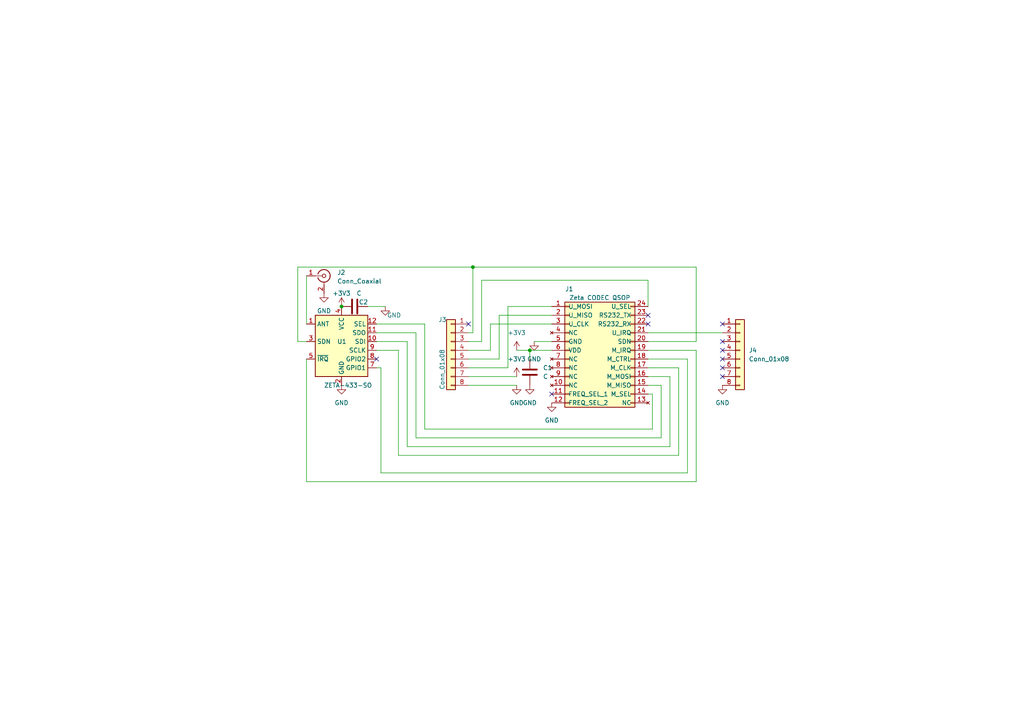
<source format=kicad_sch>
(kicad_sch (version 20230121) (generator eeschema)

  (uuid 5f2e1453-d2ae-47ac-bfcc-8b85c4da7536)

  (paper "A4")

  (lib_symbols
    (symbol "Connector:Conn_Coaxial" (pin_names (offset 1.016) hide) (in_bom yes) (on_board yes)
      (property "Reference" "J" (at 0.254 3.048 0)
        (effects (font (size 1.27 1.27)))
      )
      (property "Value" "Conn_Coaxial" (at 2.921 0 90)
        (effects (font (size 1.27 1.27)))
      )
      (property "Footprint" "" (at 0 0 0)
        (effects (font (size 1.27 1.27)) hide)
      )
      (property "Datasheet" " ~" (at 0 0 0)
        (effects (font (size 1.27 1.27)) hide)
      )
      (property "ki_keywords" "BNC SMA SMB SMC LEMO coaxial connector CINCH RCA MCX MMCX U.FL UMRF" (at 0 0 0)
        (effects (font (size 1.27 1.27)) hide)
      )
      (property "ki_description" "coaxial connector (BNC, SMA, SMB, SMC, Cinch/RCA, LEMO, ...)" (at 0 0 0)
        (effects (font (size 1.27 1.27)) hide)
      )
      (property "ki_fp_filters" "*BNC* *SMA* *SMB* *SMC* *Cinch* *LEMO* *UMRF* *MCX* *U.FL*" (at 0 0 0)
        (effects (font (size 1.27 1.27)) hide)
      )
      (symbol "Conn_Coaxial_0_1"
        (arc (start -1.778 -0.508) (mid 0.2311 -1.8066) (end 1.778 0)
          (stroke (width 0.254) (type default))
          (fill (type none))
        )
        (polyline
          (pts
            (xy -2.54 0)
            (xy -0.508 0)
          )
          (stroke (width 0) (type default))
          (fill (type none))
        )
        (polyline
          (pts
            (xy 0 -2.54)
            (xy 0 -1.778)
          )
          (stroke (width 0) (type default))
          (fill (type none))
        )
        (circle (center 0 0) (radius 0.508)
          (stroke (width 0.2032) (type default))
          (fill (type none))
        )
        (arc (start 1.778 0) (mid 0.2099 1.8101) (end -1.778 0.508)
          (stroke (width 0.254) (type default))
          (fill (type none))
        )
      )
      (symbol "Conn_Coaxial_1_1"
        (pin passive line (at -5.08 0 0) (length 2.54)
          (name "In" (effects (font (size 1.27 1.27))))
          (number "1" (effects (font (size 1.27 1.27))))
        )
        (pin passive line (at 0 -5.08 90) (length 2.54)
          (name "Ext" (effects (font (size 1.27 1.27))))
          (number "2" (effects (font (size 1.27 1.27))))
        )
      )
    )
    (symbol "Connector_Generic:Conn_01x08" (pin_names (offset 1.016) hide) (in_bom yes) (on_board yes)
      (property "Reference" "J" (at 0 10.16 0)
        (effects (font (size 1.27 1.27)))
      )
      (property "Value" "Conn_01x08" (at 0 -12.7 0)
        (effects (font (size 1.27 1.27)))
      )
      (property "Footprint" "" (at 0 0 0)
        (effects (font (size 1.27 1.27)) hide)
      )
      (property "Datasheet" "~" (at 0 0 0)
        (effects (font (size 1.27 1.27)) hide)
      )
      (property "ki_keywords" "connector" (at 0 0 0)
        (effects (font (size 1.27 1.27)) hide)
      )
      (property "ki_description" "Generic connector, single row, 01x08, script generated (kicad-library-utils/schlib/autogen/connector/)" (at 0 0 0)
        (effects (font (size 1.27 1.27)) hide)
      )
      (property "ki_fp_filters" "Connector*:*_1x??_*" (at 0 0 0)
        (effects (font (size 1.27 1.27)) hide)
      )
      (symbol "Conn_01x08_1_1"
        (rectangle (start -1.27 -10.033) (end 0 -10.287)
          (stroke (width 0.1524) (type default))
          (fill (type none))
        )
        (rectangle (start -1.27 -7.493) (end 0 -7.747)
          (stroke (width 0.1524) (type default))
          (fill (type none))
        )
        (rectangle (start -1.27 -4.953) (end 0 -5.207)
          (stroke (width 0.1524) (type default))
          (fill (type none))
        )
        (rectangle (start -1.27 -2.413) (end 0 -2.667)
          (stroke (width 0.1524) (type default))
          (fill (type none))
        )
        (rectangle (start -1.27 0.127) (end 0 -0.127)
          (stroke (width 0.1524) (type default))
          (fill (type none))
        )
        (rectangle (start -1.27 2.667) (end 0 2.413)
          (stroke (width 0.1524) (type default))
          (fill (type none))
        )
        (rectangle (start -1.27 5.207) (end 0 4.953)
          (stroke (width 0.1524) (type default))
          (fill (type none))
        )
        (rectangle (start -1.27 7.747) (end 0 7.493)
          (stroke (width 0.1524) (type default))
          (fill (type none))
        )
        (rectangle (start -1.27 8.89) (end 1.27 -11.43)
          (stroke (width 0.254) (type default))
          (fill (type background))
        )
        (pin passive line (at -5.08 7.62 0) (length 3.81)
          (name "Pin_1" (effects (font (size 1.27 1.27))))
          (number "1" (effects (font (size 1.27 1.27))))
        )
        (pin passive line (at -5.08 5.08 0) (length 3.81)
          (name "Pin_2" (effects (font (size 1.27 1.27))))
          (number "2" (effects (font (size 1.27 1.27))))
        )
        (pin passive line (at -5.08 2.54 0) (length 3.81)
          (name "Pin_3" (effects (font (size 1.27 1.27))))
          (number "3" (effects (font (size 1.27 1.27))))
        )
        (pin passive line (at -5.08 0 0) (length 3.81)
          (name "Pin_4" (effects (font (size 1.27 1.27))))
          (number "4" (effects (font (size 1.27 1.27))))
        )
        (pin passive line (at -5.08 -2.54 0) (length 3.81)
          (name "Pin_5" (effects (font (size 1.27 1.27))))
          (number "5" (effects (font (size 1.27 1.27))))
        )
        (pin passive line (at -5.08 -5.08 0) (length 3.81)
          (name "Pin_6" (effects (font (size 1.27 1.27))))
          (number "6" (effects (font (size 1.27 1.27))))
        )
        (pin passive line (at -5.08 -7.62 0) (length 3.81)
          (name "Pin_7" (effects (font (size 1.27 1.27))))
          (number "7" (effects (font (size 1.27 1.27))))
        )
        (pin passive line (at -5.08 -10.16 0) (length 3.81)
          (name "Pin_8" (effects (font (size 1.27 1.27))))
          (number "8" (effects (font (size 1.27 1.27))))
        )
      )
    )
    (symbol "Connector_Generic:Conn_02x12_Counter_Clockwise" (pin_names (offset 1.016)) (in_bom yes) (on_board yes)
      (property "Reference" "J1" (at -8.89 17.78 0)
        (effects (font (size 1.27 1.27)))
      )
      (property "Value" "Zeta CODEC QSOP" (at 0 15.24 0)
        (effects (font (size 1.27 1.27)))
      )
      (property "Footprint" "" (at -3.81 0 0)
        (effects (font (size 1.27 1.27)) hide)
      )
      (property "Datasheet" "~" (at -3.81 0 0)
        (effects (font (size 1.27 1.27)) hide)
      )
      (property "ki_keywords" "connector" (at 0 0 0)
        (effects (font (size 1.27 1.27)) hide)
      )
      (property "ki_description" "Generic connector, double row, 02x12, counter clockwise pin numbering scheme (similar to DIP package numbering), script generated (kicad-library-utils/schlib/autogen/connector/)" (at 0 0 0)
        (effects (font (size 1.27 1.27)) hide)
      )
      (property "ki_fp_filters" "Connector*:*_2x??_*" (at 0 0 0)
        (effects (font (size 1.27 1.27)) hide)
      )
      (symbol "Conn_02x12_Counter_Clockwise_1_1"
        (rectangle (start -10.16 -15.113) (end -8.89 -15.367)
          (stroke (width 0.1524) (type default))
          (fill (type none))
        )
        (rectangle (start -10.16 -12.573) (end -8.89 -12.827)
          (stroke (width 0.1524) (type default))
          (fill (type none))
        )
        (rectangle (start -10.16 -10.033) (end -8.89 -10.287)
          (stroke (width 0.1524) (type default))
          (fill (type none))
        )
        (rectangle (start -10.16 -7.493) (end -8.89 -7.747)
          (stroke (width 0.1524) (type default))
          (fill (type none))
        )
        (rectangle (start -10.16 -4.953) (end -8.89 -5.207)
          (stroke (width 0.1524) (type default))
          (fill (type none))
        )
        (rectangle (start -10.16 -2.413) (end -8.89 -2.667)
          (stroke (width 0.1524) (type default))
          (fill (type none))
        )
        (rectangle (start -10.16 0.127) (end -8.89 -0.127)
          (stroke (width 0.1524) (type default))
          (fill (type none))
        )
        (rectangle (start -10.16 2.667) (end -8.89 2.413)
          (stroke (width 0.1524) (type default))
          (fill (type none))
        )
        (rectangle (start -10.16 5.207) (end -8.89 4.953)
          (stroke (width 0.1524) (type default))
          (fill (type none))
        )
        (rectangle (start -10.16 7.747) (end -8.89 7.493)
          (stroke (width 0.1524) (type default))
          (fill (type none))
        )
        (rectangle (start -10.16 10.287) (end -8.89 10.033)
          (stroke (width 0.1524) (type default))
          (fill (type none))
        )
        (rectangle (start -10.16 12.827) (end -8.89 12.573)
          (stroke (width 0.1524) (type default))
          (fill (type none))
        )
        (rectangle (start -10.16 13.97) (end 10.16 -16.51)
          (stroke (width 0.254) (type default))
          (fill (type background))
        )
        (rectangle (start 10.16 -15.113) (end 8.89 -15.367)
          (stroke (width 0.1524) (type default))
          (fill (type none))
        )
        (rectangle (start 10.16 -12.573) (end 8.89 -12.827)
          (stroke (width 0.1524) (type default))
          (fill (type none))
        )
        (rectangle (start 10.16 -10.033) (end 8.89 -10.287)
          (stroke (width 0.1524) (type default))
          (fill (type none))
        )
        (rectangle (start 10.16 -7.493) (end 8.89 -7.747)
          (stroke (width 0.1524) (type default))
          (fill (type none))
        )
        (rectangle (start 10.16 -4.953) (end 8.89 -5.207)
          (stroke (width 0.1524) (type default))
          (fill (type none))
        )
        (rectangle (start 10.16 -2.413) (end 8.89 -2.667)
          (stroke (width 0.1524) (type default))
          (fill (type none))
        )
        (rectangle (start 10.16 0.127) (end 8.89 -0.127)
          (stroke (width 0.1524) (type default))
          (fill (type none))
        )
        (rectangle (start 10.16 2.667) (end 8.89 2.413)
          (stroke (width 0.1524) (type default))
          (fill (type none))
        )
        (rectangle (start 10.16 5.207) (end 8.89 4.953)
          (stroke (width 0.1524) (type default))
          (fill (type none))
        )
        (rectangle (start 10.16 7.747) (end 8.89 7.493)
          (stroke (width 0.1524) (type default))
          (fill (type none))
        )
        (rectangle (start 10.16 10.287) (end 8.89 10.033)
          (stroke (width 0.1524) (type default))
          (fill (type none))
        )
        (rectangle (start 10.16 12.827) (end 8.89 12.573)
          (stroke (width 0.1524) (type default))
          (fill (type none))
        )
        (pin input line (at -13.97 12.7 0) (length 3.81)
          (name "U_MOSI" (effects (font (size 1.27 1.27))))
          (number "1" (effects (font (size 1.27 1.27))))
        )
        (pin no_connect line (at -13.97 -10.16 0) (length 3.81)
          (name "NC" (effects (font (size 1.27 1.27))))
          (number "10" (effects (font (size 1.27 1.27))))
        )
        (pin input line (at -13.97 -12.7 0) (length 3.81)
          (name "FREQ_SEL_1" (effects (font (size 1.27 1.27))))
          (number "11" (effects (font (size 1.27 1.27))))
        )
        (pin input line (at -13.97 -15.24 0) (length 3.81)
          (name "FREQ_SEL_2" (effects (font (size 1.27 1.27))))
          (number "12" (effects (font (size 1.27 1.27))))
        )
        (pin no_connect line (at 13.97 -15.24 180) (length 3.81)
          (name "NC" (effects (font (size 1.27 1.27))))
          (number "13" (effects (font (size 1.27 1.27))))
        )
        (pin passive line (at 13.97 -12.7 180) (length 3.81)
          (name "M_SEL" (effects (font (size 1.27 1.27))))
          (number "14" (effects (font (size 1.27 1.27))))
        )
        (pin passive line (at 13.97 -10.16 180) (length 3.81)
          (name "M_MISO" (effects (font (size 1.27 1.27))))
          (number "15" (effects (font (size 1.27 1.27))))
        )
        (pin passive line (at 13.97 -7.62 180) (length 3.81)
          (name "M_MOSI" (effects (font (size 1.27 1.27))))
          (number "16" (effects (font (size 1.27 1.27))))
        )
        (pin passive line (at 13.97 -5.08 180) (length 3.81)
          (name "M_CLK" (effects (font (size 1.27 1.27))))
          (number "17" (effects (font (size 1.27 1.27))))
        )
        (pin passive line (at 13.97 -2.54 180) (length 3.81)
          (name "M_CTRL" (effects (font (size 1.27 1.27))))
          (number "18" (effects (font (size 1.27 1.27))))
        )
        (pin passive line (at 13.97 0 180) (length 3.81)
          (name "M_IRQ" (effects (font (size 1.27 1.27))))
          (number "19" (effects (font (size 1.27 1.27))))
        )
        (pin output line (at -13.97 10.16 0) (length 3.81)
          (name "U_MISO" (effects (font (size 1.27 1.27))))
          (number "2" (effects (font (size 1.27 1.27))))
        )
        (pin passive line (at 13.97 2.54 180) (length 3.81)
          (name "SDN" (effects (font (size 1.27 1.27))))
          (number "20" (effects (font (size 1.27 1.27))))
        )
        (pin output line (at 13.97 5.08 180) (length 3.81)
          (name "U_IRQ" (effects (font (size 1.27 1.27))))
          (number "21" (effects (font (size 1.27 1.27))))
        )
        (pin input line (at 13.97 7.62 180) (length 3.81)
          (name "RS232_RX" (effects (font (size 1.27 1.27))))
          (number "22" (effects (font (size 1.27 1.27))))
        )
        (pin output line (at 13.97 10.16 180) (length 3.81)
          (name "RS232_TX" (effects (font (size 1.27 1.27))))
          (number "23" (effects (font (size 1.27 1.27))))
        )
        (pin input line (at 13.97 12.7 180) (length 3.81)
          (name "U_SEL" (effects (font (size 1.27 1.27))))
          (number "24" (effects (font (size 1.27 1.27))))
        )
        (pin input line (at -13.97 7.62 0) (length 3.81)
          (name "U_CLK" (effects (font (size 1.27 1.27))))
          (number "3" (effects (font (size 1.27 1.27))))
        )
        (pin no_connect line (at -13.97 5.08 0) (length 3.81)
          (name "NC" (effects (font (size 1.27 1.27))))
          (number "4" (effects (font (size 1.27 1.27))))
        )
        (pin passive line (at -13.97 2.54 0) (length 3.81)
          (name "GND" (effects (font (size 1.27 1.27))))
          (number "5" (effects (font (size 1.27 1.27))))
        )
        (pin power_in line (at -13.97 0 0) (length 3.81)
          (name "VDD" (effects (font (size 1.27 1.27))))
          (number "6" (effects (font (size 1.27 1.27))))
        )
        (pin no_connect line (at -13.97 -2.54 0) (length 3.81)
          (name "NC" (effects (font (size 1.27 1.27))))
          (number "7" (effects (font (size 1.27 1.27))))
        )
        (pin no_connect line (at -13.97 -5.08 0) (length 3.81)
          (name "NC" (effects (font (size 1.27 1.27))))
          (number "8" (effects (font (size 1.27 1.27))))
        )
        (pin no_connect line (at -13.97 -7.62 0) (length 3.81)
          (name "NC" (effects (font (size 1.27 1.27))))
          (number "9" (effects (font (size 1.27 1.27))))
        )
      )
    )
    (symbol "Device:C" (pin_numbers hide) (pin_names (offset 0.254)) (in_bom yes) (on_board yes)
      (property "Reference" "C" (at 0.635 2.54 0)
        (effects (font (size 1.27 1.27)) (justify left))
      )
      (property "Value" "C" (at 0.635 -2.54 0)
        (effects (font (size 1.27 1.27)) (justify left))
      )
      (property "Footprint" "" (at 0.9652 -3.81 0)
        (effects (font (size 1.27 1.27)) hide)
      )
      (property "Datasheet" "~" (at 0 0 0)
        (effects (font (size 1.27 1.27)) hide)
      )
      (property "ki_keywords" "cap capacitor" (at 0 0 0)
        (effects (font (size 1.27 1.27)) hide)
      )
      (property "ki_description" "Unpolarized capacitor" (at 0 0 0)
        (effects (font (size 1.27 1.27)) hide)
      )
      (property "ki_fp_filters" "C_*" (at 0 0 0)
        (effects (font (size 1.27 1.27)) hide)
      )
      (symbol "C_0_1"
        (polyline
          (pts
            (xy -2.032 -0.762)
            (xy 2.032 -0.762)
          )
          (stroke (width 0.508) (type default))
          (fill (type none))
        )
        (polyline
          (pts
            (xy -2.032 0.762)
            (xy 2.032 0.762)
          )
          (stroke (width 0.508) (type default))
          (fill (type none))
        )
      )
      (symbol "C_1_1"
        (pin passive line (at 0 3.81 270) (length 2.794)
          (name "~" (effects (font (size 1.27 1.27))))
          (number "1" (effects (font (size 1.27 1.27))))
        )
        (pin passive line (at 0 -3.81 90) (length 2.794)
          (name "~" (effects (font (size 1.27 1.27))))
          (number "2" (effects (font (size 1.27 1.27))))
        )
      )
    )
    (symbol "RF_AM_FM:ZETA-433-SO" (in_bom yes) (on_board yes)
      (property "Reference" "U" (at -6.35 8.89 0)
        (effects (font (size 1.27 1.27)))
      )
      (property "Value" "ZETA-433-SO" (at 1.27 8.89 0)
        (effects (font (size 1.27 1.27)) (justify left))
      )
      (property "Footprint" "" (at -8.89 6.35 0)
        (effects (font (size 1.27 1.27)) hide)
      )
      (property "Datasheet" "https://www.rfsolutions.co.uk/downloads/1456219226DS-ZETA.pdf" (at -6.35 8.89 0)
        (effects (font (size 1.27 1.27)) hide)
      )
      (property "ki_keywords" "RF TRANSCEIVER MODULE" (at 0 0 0)
        (effects (font (size 1.27 1.27)) hide)
      )
      (property "ki_description" "FM ZETA TRANSCEIVER MODULE, OPTIMISED FOR 433MHZ" (at 0 0 0)
        (effects (font (size 1.27 1.27)) hide)
      )
      (property "ki_fp_filters" "ZETA?433?SO?SMD* ZETA?433?SO?THT*" (at 0 0 0)
        (effects (font (size 1.27 1.27)) hide)
      )
      (symbol "ZETA-433-SO_0_1"
        (rectangle (start 7.62 -10.16) (end -7.62 7.62)
          (stroke (width 0.254) (type default))
          (fill (type background))
        )
      )
      (symbol "ZETA-433-SO_1_1"
        (pin bidirectional line (at -10.16 5.08 0) (length 2.54)
          (name "ANT" (effects (font (size 1.27 1.27))))
          (number "1" (effects (font (size 1.27 1.27))))
        )
        (pin input line (at 10.16 0 180) (length 2.54)
          (name "SDI" (effects (font (size 1.27 1.27))))
          (number "10" (effects (font (size 1.27 1.27))))
        )
        (pin output line (at 10.16 2.54 180) (length 2.54)
          (name "SDO" (effects (font (size 1.27 1.27))))
          (number "11" (effects (font (size 1.27 1.27))))
        )
        (pin input line (at 10.16 5.08 180) (length 2.54)
          (name "SEL" (effects (font (size 1.27 1.27))))
          (number "12" (effects (font (size 1.27 1.27))))
        )
        (pin power_in line (at 0 -12.7 90) (length 2.54)
          (name "GND" (effects (font (size 1.27 1.27))))
          (number "2" (effects (font (size 1.27 1.27))))
        )
        (pin input line (at -10.16 0 0) (length 2.54)
          (name "SDN" (effects (font (size 1.27 1.27))))
          (number "3" (effects (font (size 1.27 1.27))))
        )
        (pin power_in line (at 0 10.16 270) (length 2.54)
          (name "VCC" (effects (font (size 1.27 1.27))))
          (number "4" (effects (font (size 1.27 1.27))))
        )
        (pin output line (at -10.16 -5.08 0) (length 2.54)
          (name "~{IRQ}" (effects (font (size 1.27 1.27))))
          (number "5" (effects (font (size 1.27 1.27))))
        )
        (pin no_connect line (at -7.62 -7.62 0) (length 2.54) hide
          (name "NC" (effects (font (size 1.27 1.27))))
          (number "6" (effects (font (size 1.27 1.27))))
        )
        (pin bidirectional line (at 10.16 -7.62 180) (length 2.54)
          (name "GPIO1" (effects (font (size 1.27 1.27))))
          (number "7" (effects (font (size 1.27 1.27))))
        )
        (pin bidirectional line (at 10.16 -5.08 180) (length 2.54)
          (name "GPIO2" (effects (font (size 1.27 1.27))))
          (number "8" (effects (font (size 1.27 1.27))))
        )
        (pin input line (at 10.16 -2.54 180) (length 2.54)
          (name "SCLK" (effects (font (size 1.27 1.27))))
          (number "9" (effects (font (size 1.27 1.27))))
        )
      )
    )
    (symbol "power:+3V3" (power) (pin_names (offset 0)) (in_bom yes) (on_board yes)
      (property "Reference" "#PWR" (at 0 -3.81 0)
        (effects (font (size 1.27 1.27)) hide)
      )
      (property "Value" "+3V3" (at 0 3.556 0)
        (effects (font (size 1.27 1.27)))
      )
      (property "Footprint" "" (at 0 0 0)
        (effects (font (size 1.27 1.27)) hide)
      )
      (property "Datasheet" "" (at 0 0 0)
        (effects (font (size 1.27 1.27)) hide)
      )
      (property "ki_keywords" "global power" (at 0 0 0)
        (effects (font (size 1.27 1.27)) hide)
      )
      (property "ki_description" "Power symbol creates a global label with name \"+3V3\"" (at 0 0 0)
        (effects (font (size 1.27 1.27)) hide)
      )
      (symbol "+3V3_0_1"
        (polyline
          (pts
            (xy -0.762 1.27)
            (xy 0 2.54)
          )
          (stroke (width 0) (type default))
          (fill (type none))
        )
        (polyline
          (pts
            (xy 0 0)
            (xy 0 2.54)
          )
          (stroke (width 0) (type default))
          (fill (type none))
        )
        (polyline
          (pts
            (xy 0 2.54)
            (xy 0.762 1.27)
          )
          (stroke (width 0) (type default))
          (fill (type none))
        )
      )
      (symbol "+3V3_1_1"
        (pin power_in line (at 0 0 90) (length 0) hide
          (name "+3V3" (effects (font (size 1.27 1.27))))
          (number "1" (effects (font (size 1.27 1.27))))
        )
      )
    )
    (symbol "power:GND" (power) (pin_names (offset 0)) (in_bom yes) (on_board yes)
      (property "Reference" "#PWR" (at 0 -6.35 0)
        (effects (font (size 1.27 1.27)) hide)
      )
      (property "Value" "GND" (at 0 -3.81 0)
        (effects (font (size 1.27 1.27)))
      )
      (property "Footprint" "" (at 0 0 0)
        (effects (font (size 1.27 1.27)) hide)
      )
      (property "Datasheet" "" (at 0 0 0)
        (effects (font (size 1.27 1.27)) hide)
      )
      (property "ki_keywords" "global power" (at 0 0 0)
        (effects (font (size 1.27 1.27)) hide)
      )
      (property "ki_description" "Power symbol creates a global label with name \"GND\" , ground" (at 0 0 0)
        (effects (font (size 1.27 1.27)) hide)
      )
      (symbol "GND_0_1"
        (polyline
          (pts
            (xy 0 0)
            (xy 0 -1.27)
            (xy 1.27 -1.27)
            (xy 0 -2.54)
            (xy -1.27 -1.27)
            (xy 0 -1.27)
          )
          (stroke (width 0) (type default))
          (fill (type none))
        )
      )
      (symbol "GND_1_1"
        (pin power_in line (at 0 0 270) (length 0) hide
          (name "GND" (effects (font (size 1.27 1.27))))
          (number "1" (effects (font (size 1.27 1.27))))
        )
      )
    )
  )

  (junction (at 99.06 88.9) (diameter 0) (color 0 0 0 0)
    (uuid 07c78461-29b8-4f4b-b175-18b9eda9fe0a)
  )
  (junction (at 137.16 77.47) (diameter 0) (color 0 0 0 0)
    (uuid a2665e5c-8e44-4eda-9287-bf1ecb4ac31e)
  )
  (junction (at 153.67 101.6) (diameter 0) (color 0 0 0 0)
    (uuid a7601807-5c23-4ebc-9f1f-a916874d42e4)
  )

  (no_connect (at 187.96 91.44) (uuid 028fa10e-4632-4565-9889-7c3c941bdfef))
  (no_connect (at 209.55 109.22) (uuid 2effa2bf-519d-4c87-b62f-4b3cb0f3d8de))
  (no_connect (at 209.55 106.68) (uuid 41a26a45-9d88-4737-a2b6-c1b5ea849952))
  (no_connect (at 209.55 93.98) (uuid 4b094d83-7baa-49f1-855b-13d537bb8cdb))
  (no_connect (at 187.96 93.98) (uuid 52053e58-fdb8-4fc4-92cd-7deb53128d22))
  (no_connect (at 135.89 93.98) (uuid 5e41dd41-4c11-431f-90b2-0b8df2c9eeba))
  (no_connect (at 209.55 101.6) (uuid 61fdb276-eabe-4266-b256-36a0beb76308))
  (no_connect (at 209.55 99.06) (uuid 77317785-8288-4d85-a6e0-e134f80e5162))
  (no_connect (at 209.55 104.14) (uuid ade9a4a9-c4ad-415d-8913-90565577e939))
  (no_connect (at 160.02 114.3) (uuid e7f341e7-b571-4986-997e-f2614645d795))
  (no_connect (at 109.22 104.14) (uuid ef154c21-07d1-4a3a-a7ca-fce5679bad3d))

  (wire (pts (xy 137.16 77.47) (xy 201.93 77.47))
    (stroke (width 0) (type default))
    (uuid 02ab87f5-428d-4475-9715-2be4b039e519)
  )
  (wire (pts (xy 194.31 129.54) (xy 194.31 109.22))
    (stroke (width 0) (type default))
    (uuid 0571fbee-2fe9-4a71-a3a6-23fd96a8e473)
  )
  (wire (pts (xy 139.7 81.28) (xy 139.7 99.06))
    (stroke (width 0) (type default))
    (uuid 05f39cdf-d3d9-4346-8c82-7410442252b5)
  )
  (wire (pts (xy 118.11 99.06) (xy 118.11 129.54))
    (stroke (width 0) (type default))
    (uuid 07dd97f5-974b-4317-bd74-0e465fd40a61)
  )
  (wire (pts (xy 144.78 104.14) (xy 144.78 91.44))
    (stroke (width 0) (type default))
    (uuid 081e37ba-7d8b-4807-b491-742260638911)
  )
  (wire (pts (xy 118.11 129.54) (xy 194.31 129.54))
    (stroke (width 0) (type default))
    (uuid 0edc836a-6142-47d0-af31-e61f94167c92)
  )
  (wire (pts (xy 88.9 99.06) (xy 86.36 99.06))
    (stroke (width 0) (type default))
    (uuid 1d8bd0c3-13c4-4ced-8080-1870359e0f62)
  )
  (wire (pts (xy 201.93 77.47) (xy 201.93 99.06))
    (stroke (width 0) (type default))
    (uuid 23e39133-687a-48f8-9905-b543fd34bf49)
  )
  (wire (pts (xy 191.77 111.76) (xy 191.77 127))
    (stroke (width 0) (type default))
    (uuid 264f31f9-647f-4241-ad9e-771b4bd48dd4)
  )
  (wire (pts (xy 137.16 96.52) (xy 137.16 77.47))
    (stroke (width 0) (type default))
    (uuid 29f90496-e6ca-4d40-bdf8-1e4e7d449e6b)
  )
  (wire (pts (xy 88.9 80.01) (xy 88.9 93.98))
    (stroke (width 0) (type default))
    (uuid 2e05ece7-1091-46c2-ab41-9bacd97c8ed1)
  )
  (wire (pts (xy 123.19 124.46) (xy 189.23 124.46))
    (stroke (width 0) (type default))
    (uuid 30aab4a9-d3de-41dc-8633-35bb546adb61)
  )
  (wire (pts (xy 123.19 93.98) (xy 123.19 124.46))
    (stroke (width 0) (type default))
    (uuid 329c06a1-ac1e-4647-90ac-05abc8dae264)
  )
  (wire (pts (xy 135.89 104.14) (xy 144.78 104.14))
    (stroke (width 0) (type default))
    (uuid 37552554-8d52-4e92-a97f-c64675330b3d)
  )
  (wire (pts (xy 187.96 106.68) (xy 196.85 106.68))
    (stroke (width 0) (type default))
    (uuid 437b42ac-5dc4-4e84-8675-e3522ff25d05)
  )
  (wire (pts (xy 191.77 127) (xy 120.65 127))
    (stroke (width 0) (type default))
    (uuid 44bede2c-74fb-4c73-8a15-2807f2987d99)
  )
  (wire (pts (xy 187.96 88.9) (xy 187.96 81.28))
    (stroke (width 0) (type default))
    (uuid 479ad44f-fe90-430c-8144-69a2c7e447c2)
  )
  (wire (pts (xy 109.22 106.68) (xy 110.49 106.68))
    (stroke (width 0) (type default))
    (uuid 4c058fbf-3daf-43c8-9d29-6f96a763fcef)
  )
  (wire (pts (xy 135.89 109.22) (xy 149.86 109.22))
    (stroke (width 0) (type default))
    (uuid 598ccbef-ea3f-4f5c-ad3c-2b2be7e96f1b)
  )
  (wire (pts (xy 110.49 137.16) (xy 199.39 137.16))
    (stroke (width 0) (type default))
    (uuid 59dada88-6c30-4901-b0d5-f0fd9454a4dd)
  )
  (wire (pts (xy 196.85 132.08) (xy 115.57 132.08))
    (stroke (width 0) (type default))
    (uuid 5d7cdd11-e190-4428-98c5-de0b12e40968)
  )
  (wire (pts (xy 199.39 137.16) (xy 199.39 104.14))
    (stroke (width 0) (type default))
    (uuid 5e1de751-8293-42a9-be50-e4ae208da9c8)
  )
  (wire (pts (xy 153.67 104.14) (xy 153.67 101.6))
    (stroke (width 0) (type default))
    (uuid 6a40f7c9-aa40-48a2-ad94-7be89bdd6dc8)
  )
  (wire (pts (xy 194.31 109.22) (xy 187.96 109.22))
    (stroke (width 0) (type default))
    (uuid 6a566d5b-d591-406d-9f3d-c566ef06872c)
  )
  (wire (pts (xy 199.39 104.14) (xy 187.96 104.14))
    (stroke (width 0) (type default))
    (uuid 6b7575b0-61ae-4214-b34d-7f62620a2e03)
  )
  (wire (pts (xy 187.96 96.52) (xy 209.55 96.52))
    (stroke (width 0) (type default))
    (uuid 6c4223d4-7c52-4777-a75a-2117034624cc)
  )
  (wire (pts (xy 187.96 111.76) (xy 191.77 111.76))
    (stroke (width 0) (type default))
    (uuid 70309593-a120-45bc-ac0f-91fbbee8abb1)
  )
  (wire (pts (xy 160.02 93.98) (xy 142.24 93.98))
    (stroke (width 0) (type default))
    (uuid 70b2976a-3b27-48b8-b684-ed0ccb89adad)
  )
  (wire (pts (xy 196.85 106.68) (xy 196.85 132.08))
    (stroke (width 0) (type default))
    (uuid 70c8d06c-981f-4a56-a9b9-628655fad47c)
  )
  (wire (pts (xy 109.22 96.52) (xy 120.65 96.52))
    (stroke (width 0) (type default))
    (uuid 71bbce5c-53dc-45fb-9460-5748f39b9282)
  )
  (wire (pts (xy 160.02 88.9) (xy 147.32 88.9))
    (stroke (width 0) (type default))
    (uuid 72c38421-cffe-4028-aee1-4c156efdea9a)
  )
  (wire (pts (xy 144.78 91.44) (xy 160.02 91.44))
    (stroke (width 0) (type default))
    (uuid 765c8991-39ae-42e3-b0b9-b62416e6421b)
  )
  (wire (pts (xy 109.22 99.06) (xy 118.11 99.06))
    (stroke (width 0) (type default))
    (uuid 78f800e4-3f61-4c2a-85b9-29a8c8387617)
  )
  (wire (pts (xy 115.57 132.08) (xy 115.57 101.6))
    (stroke (width 0) (type default))
    (uuid 8466131d-a085-4e75-bea5-0c9e8c2516a6)
  )
  (wire (pts (xy 88.9 104.14) (xy 88.9 139.7))
    (stroke (width 0) (type default))
    (uuid 8e3aebce-273b-45bc-97f6-23096cc82745)
  )
  (wire (pts (xy 142.24 93.98) (xy 142.24 101.6))
    (stroke (width 0) (type default))
    (uuid 8ff3d591-e84b-4e24-9079-1668bff8835d)
  )
  (wire (pts (xy 86.36 99.06) (xy 86.36 77.47))
    (stroke (width 0) (type default))
    (uuid 90e3df69-16d6-4964-ad72-6e104935e3ac)
  )
  (wire (pts (xy 109.22 101.6) (xy 115.57 101.6))
    (stroke (width 0) (type default))
    (uuid 9436317d-eea4-425c-b1f7-2da63b3c42f2)
  )
  (wire (pts (xy 86.36 77.47) (xy 137.16 77.47))
    (stroke (width 0) (type default))
    (uuid a4c41484-255b-49bd-a133-ceef9b8c2ee8)
  )
  (wire (pts (xy 88.9 139.7) (xy 201.93 139.7))
    (stroke (width 0) (type default))
    (uuid aaf70449-0bd7-41a8-af87-ff09b47ad979)
  )
  (wire (pts (xy 189.23 114.3) (xy 187.96 114.3))
    (stroke (width 0) (type default))
    (uuid b0a26a46-b593-4d31-aa7a-8dd8d8265a51)
  )
  (wire (pts (xy 201.93 101.6) (xy 187.96 101.6))
    (stroke (width 0) (type default))
    (uuid b37994ca-e430-4830-aa20-652749dacf23)
  )
  (wire (pts (xy 142.24 101.6) (xy 135.89 101.6))
    (stroke (width 0) (type default))
    (uuid b4331202-c316-4678-8d71-7c25afc48b7a)
  )
  (wire (pts (xy 111.76 88.9) (xy 106.68 88.9))
    (stroke (width 0) (type default))
    (uuid b4d3b819-3267-406a-9547-9da138ca430d)
  )
  (wire (pts (xy 154.94 99.06) (xy 160.02 99.06))
    (stroke (width 0) (type default))
    (uuid bbb37dca-58b2-46c6-8723-6b5ce9f2c49c)
  )
  (wire (pts (xy 147.32 88.9) (xy 147.32 106.68))
    (stroke (width 0) (type default))
    (uuid be09f431-096d-4647-a322-36faa8cbfdb1)
  )
  (wire (pts (xy 135.89 96.52) (xy 137.16 96.52))
    (stroke (width 0) (type default))
    (uuid c342e759-05bd-4604-9dd0-d2eee57e6375)
  )
  (wire (pts (xy 149.86 101.6) (xy 153.67 101.6))
    (stroke (width 0) (type default))
    (uuid c8aa91c9-2168-4785-b4a3-498eb62d2da1)
  )
  (wire (pts (xy 201.93 139.7) (xy 201.93 101.6))
    (stroke (width 0) (type default))
    (uuid cec889a3-0bbb-4482-a327-abf4a0822a55)
  )
  (wire (pts (xy 120.65 127) (xy 120.65 96.52))
    (stroke (width 0) (type default))
    (uuid debf3a1c-d2a6-4abc-9732-253474b0b9d6)
  )
  (wire (pts (xy 135.89 106.68) (xy 147.32 106.68))
    (stroke (width 0) (type default))
    (uuid e0caa646-846c-46e0-b37d-d24f8778cdfc)
  )
  (wire (pts (xy 109.22 93.98) (xy 123.19 93.98))
    (stroke (width 0) (type default))
    (uuid e5d17cd0-b2ff-49fc-b68f-fbe1eed19592)
  )
  (wire (pts (xy 139.7 99.06) (xy 135.89 99.06))
    (stroke (width 0) (type default))
    (uuid eab0cf32-4e22-4d15-bee2-bdb1b9f7ba5a)
  )
  (wire (pts (xy 135.89 111.76) (xy 149.86 111.76))
    (stroke (width 0) (type default))
    (uuid eb4ae75c-88f8-4c8d-8167-a4b97c99f40f)
  )
  (wire (pts (xy 201.93 99.06) (xy 187.96 99.06))
    (stroke (width 0) (type default))
    (uuid ee180014-b047-4b64-a8a2-3787cd0793b9)
  )
  (wire (pts (xy 189.23 124.46) (xy 189.23 114.3))
    (stroke (width 0) (type default))
    (uuid ee72e958-ef2d-4a9e-be79-a644ebaa1f2e)
  )
  (wire (pts (xy 110.49 106.68) (xy 110.49 137.16))
    (stroke (width 0) (type default))
    (uuid fa87c67f-2874-4224-b25c-e390c52c15e7)
  )
  (wire (pts (xy 187.96 81.28) (xy 139.7 81.28))
    (stroke (width 0) (type default))
    (uuid fdc3bdc3-fd12-4c18-8dc1-728ea9ee1544)
  )
  (wire (pts (xy 153.67 101.6) (xy 160.02 101.6))
    (stroke (width 0) (type default))
    (uuid ff49afc1-9578-49cf-878d-acd95c3fcf7a)
  )

  (symbol (lib_id "Connector:Conn_Coaxial") (at 93.98 80.01 0) (unit 1)
    (in_bom yes) (on_board yes) (dnp no) (fields_autoplaced)
    (uuid 02c57209-249f-4e2a-855b-12309087c7ff)
    (property "Reference" "J2" (at 97.79 79.0332 0)
      (effects (font (size 1.27 1.27)) (justify left))
    )
    (property "Value" "Conn_Coaxial" (at 97.79 81.5732 0)
      (effects (font (size 1.27 1.27)) (justify left))
    )
    (property "Footprint" "Connector_Coaxial:U.FL_Hirose_U.FL-R-SMT-1_Vertical" (at 93.98 80.01 0)
      (effects (font (size 1.27 1.27)) hide)
    )
    (property "Datasheet" " ~" (at 93.98 80.01 0)
      (effects (font (size 1.27 1.27)) hide)
    )
    (pin "1" (uuid 4870c676-57f2-4915-a561-8b3f1669a4e7))
    (pin "2" (uuid ebafb671-699a-4d23-bf5d-6a7c15da630c))
    (instances
      (project "qsop adapter"
        (path "/5f2e1453-d2ae-47ac-bfcc-8b85c4da7536"
          (reference "J2") (unit 1)
        )
      )
    )
  )

  (symbol (lib_id "RF_AM_FM:ZETA-433-SO") (at 99.06 99.06 0) (unit 1)
    (in_bom yes) (on_board yes) (dnp no)
    (uuid 02e911a2-62a3-4491-a53c-e750574b4dc1)
    (property "Reference" "U1" (at 97.79 99.06 0)
      (effects (font (size 1.27 1.27)) (justify left))
    )
    (property "Value" "ZETA-433-SO" (at 93.98 111.76 0)
      (effects (font (size 1.27 1.27)) (justify left))
    )
    (property "Footprint" "RF_Module:ZETA-433-SO_SMD" (at 90.17 92.71 0)
      (effects (font (size 1.27 1.27)) hide)
    )
    (property "Datasheet" "https://www.rfsolutions.co.uk/downloads/1456219226DS-ZETA.pdf" (at 92.71 90.17 0)
      (effects (font (size 1.27 1.27)) hide)
    )
    (pin "5" (uuid a5d66ca8-0bdb-47d1-826f-a77c094810ff))
    (pin "12" (uuid 1597eedb-62e9-4a2c-9162-48a76704dd49))
    (pin "9" (uuid cb0bedc5-9eac-415e-aa30-d0fdd69e9dde))
    (pin "8" (uuid 1fd096c3-5d83-498c-b371-3d92ea3ad775))
    (pin "1" (uuid b7df5bd4-7fa3-4c64-932f-92be0389ca81))
    (pin "2" (uuid 6ff195f9-49ad-43b8-8690-6e7d986e40da))
    (pin "4" (uuid 6bd9eb5f-8ede-460a-acba-a155d8b8ed18))
    (pin "11" (uuid 1686612b-5717-4531-a141-af2bc362b2aa))
    (pin "6" (uuid c5ca1f3f-85f0-47cd-bd8c-df5df2e06e08))
    (pin "3" (uuid e985cd12-bc26-4168-8253-19feaf7a5a58))
    (pin "7" (uuid b82bdd80-2f1a-4db5-b47c-32350f7a4807))
    (pin "10" (uuid fe6f5853-8fd0-48c1-bd5e-7d8447a1efc6))
    (instances
      (project "qsop adapter"
        (path "/5f2e1453-d2ae-47ac-bfcc-8b85c4da7536"
          (reference "U1") (unit 1)
        )
      )
    )
  )

  (symbol (lib_id "power:+3V3") (at 99.06 88.9 0) (unit 1)
    (in_bom yes) (on_board yes) (dnp no)
    (uuid 0b505ae6-c8ee-4a36-9733-4fce2c3812f4)
    (property "Reference" "#PWR04" (at 99.06 92.71 0)
      (effects (font (size 1.27 1.27)) hide)
    )
    (property "Value" "+3V3" (at 99.06 85.09 0)
      (effects (font (size 1.27 1.27)))
    )
    (property "Footprint" "" (at 99.06 88.9 0)
      (effects (font (size 1.27 1.27)) hide)
    )
    (property "Datasheet" "" (at 99.06 88.9 0)
      (effects (font (size 1.27 1.27)) hide)
    )
    (pin "1" (uuid 5db6cfad-8b5d-40e2-a97e-820d285dadd2))
    (instances
      (project "qsop adapter"
        (path "/5f2e1453-d2ae-47ac-bfcc-8b85c4da7536"
          (reference "#PWR04") (unit 1)
        )
      )
    )
  )

  (symbol (lib_id "power:GND") (at 154.94 99.06 0) (unit 1)
    (in_bom yes) (on_board yes) (dnp no) (fields_autoplaced)
    (uuid 1cab7df4-2723-4017-9218-050f9b2a061c)
    (property "Reference" "#PWR03" (at 154.94 105.41 0)
      (effects (font (size 1.27 1.27)) hide)
    )
    (property "Value" "GND" (at 154.94 104.14 0)
      (effects (font (size 1.27 1.27)))
    )
    (property "Footprint" "" (at 154.94 99.06 0)
      (effects (font (size 1.27 1.27)) hide)
    )
    (property "Datasheet" "" (at 154.94 99.06 0)
      (effects (font (size 1.27 1.27)) hide)
    )
    (pin "1" (uuid 4196f9f8-7d76-4f85-8302-afb9f219631c))
    (instances
      (project "qsop adapter"
        (path "/5f2e1453-d2ae-47ac-bfcc-8b85c4da7536"
          (reference "#PWR03") (unit 1)
        )
      )
    )
  )

  (symbol (lib_id "Device:C") (at 102.87 88.9 90) (unit 1)
    (in_bom yes) (on_board yes) (dnp no)
    (uuid 33c61c1e-8926-406d-9188-c3630612b8bb)
    (property "Reference" "C2" (at 105.41 87.63 90)
      (effects (font (size 1.27 1.27)))
    )
    (property "Value" "C" (at 104.14 85.09 90)
      (effects (font (size 1.27 1.27)))
    )
    (property "Footprint" "Capacitor_SMD:C_0805_2012Metric_Pad1.18x1.45mm_HandSolder" (at 106.68 87.9348 0)
      (effects (font (size 1.27 1.27)) hide)
    )
    (property "Datasheet" "~" (at 102.87 88.9 0)
      (effects (font (size 1.27 1.27)) hide)
    )
    (pin "1" (uuid 69046dd6-aa9a-4f1f-af92-322105c92f60))
    (pin "2" (uuid 75236016-735b-4514-b563-f35228e08d51))
    (instances
      (project "qsop adapter"
        (path "/5f2e1453-d2ae-47ac-bfcc-8b85c4da7536"
          (reference "C2") (unit 1)
        )
      )
    )
  )

  (symbol (lib_id "power:GND") (at 209.55 111.76 0) (unit 1)
    (in_bom yes) (on_board yes) (dnp no) (fields_autoplaced)
    (uuid 36e36337-86dd-4777-960a-0508b150f2e4)
    (property "Reference" "#PWR08" (at 209.55 118.11 0)
      (effects (font (size 1.27 1.27)) hide)
    )
    (property "Value" "GND" (at 209.55 116.84 0)
      (effects (font (size 1.27 1.27)))
    )
    (property "Footprint" "" (at 209.55 111.76 0)
      (effects (font (size 1.27 1.27)) hide)
    )
    (property "Datasheet" "" (at 209.55 111.76 0)
      (effects (font (size 1.27 1.27)) hide)
    )
    (pin "1" (uuid c49e65ea-efb7-4b52-a2aa-b164d5030b73))
    (instances
      (project "qsop adapter"
        (path "/5f2e1453-d2ae-47ac-bfcc-8b85c4da7536"
          (reference "#PWR08") (unit 1)
        )
      )
    )
  )

  (symbol (lib_id "power:GND") (at 149.86 111.76 0) (unit 1)
    (in_bom yes) (on_board yes) (dnp no) (fields_autoplaced)
    (uuid 37aeca85-3202-473f-8466-6d531ac610a8)
    (property "Reference" "#PWR07" (at 149.86 118.11 0)
      (effects (font (size 1.27 1.27)) hide)
    )
    (property "Value" "GND" (at 149.86 116.84 0)
      (effects (font (size 1.27 1.27)))
    )
    (property "Footprint" "" (at 149.86 111.76 0)
      (effects (font (size 1.27 1.27)) hide)
    )
    (property "Datasheet" "" (at 149.86 111.76 0)
      (effects (font (size 1.27 1.27)) hide)
    )
    (pin "1" (uuid 943ab502-3782-45d6-a1e4-25e420a05ec2))
    (instances
      (project "qsop adapter"
        (path "/5f2e1453-d2ae-47ac-bfcc-8b85c4da7536"
          (reference "#PWR07") (unit 1)
        )
      )
    )
  )

  (symbol (lib_id "Device:C") (at 153.67 107.95 0) (unit 1)
    (in_bom yes) (on_board yes) (dnp no) (fields_autoplaced)
    (uuid 3ed1f07b-2285-4be8-b433-49a2fb76d083)
    (property "Reference" "C1" (at 157.48 106.68 0)
      (effects (font (size 1.27 1.27)) (justify left))
    )
    (property "Value" "C" (at 157.48 109.22 0)
      (effects (font (size 1.27 1.27)) (justify left))
    )
    (property "Footprint" "Capacitor_SMD:C_0805_2012Metric_Pad1.18x1.45mm_HandSolder" (at 154.6352 111.76 0)
      (effects (font (size 1.27 1.27)) hide)
    )
    (property "Datasheet" "~" (at 153.67 107.95 0)
      (effects (font (size 1.27 1.27)) hide)
    )
    (pin "1" (uuid 5fea884d-e096-4214-ad5b-b97a199dc901))
    (pin "2" (uuid 960e8a02-017a-480c-8b2b-93d6d1accca3))
    (instances
      (project "qsop adapter"
        (path "/5f2e1453-d2ae-47ac-bfcc-8b85c4da7536"
          (reference "C1") (unit 1)
        )
      )
    )
  )

  (symbol (lib_id "Connector_Generic:Conn_01x08") (at 214.63 101.6 0) (unit 1)
    (in_bom yes) (on_board yes) (dnp no) (fields_autoplaced)
    (uuid 5112b8cb-2c7e-42a5-891b-1dec88afa53b)
    (property "Reference" "J4" (at 217.17 101.6 0)
      (effects (font (size 1.27 1.27)) (justify left))
    )
    (property "Value" "Conn_01x08" (at 217.17 104.14 0)
      (effects (font (size 1.27 1.27)) (justify left))
    )
    (property "Footprint" "Connector_PinHeader_2.54mm:PinHeader_1x08_P2.54mm_Vertical" (at 214.63 101.6 0)
      (effects (font (size 1.27 1.27)) hide)
    )
    (property "Datasheet" "~" (at 214.63 101.6 0)
      (effects (font (size 1.27 1.27)) hide)
    )
    (pin "7" (uuid b3ac6124-00c6-4aeb-bca4-8c246c2ac42d))
    (pin "2" (uuid 70ed990c-e97c-489e-a925-85204868ea66))
    (pin "8" (uuid baf7efe9-ee7e-4ca8-8458-3f5e5498cf58))
    (pin "1" (uuid 6db5a4eb-b25e-4120-867c-009ac447f6aa))
    (pin "3" (uuid caaab8c3-49ce-43a7-9487-79f47fca8391))
    (pin "5" (uuid 28cbd454-84e5-407c-9bdc-f5ff9342c19c))
    (pin "6" (uuid 3177db73-c653-4c2d-b88d-9b961a3c8f52))
    (pin "4" (uuid 7e26b7b8-ac18-43c6-9278-560b5fa487bf))
    (instances
      (project "qsop adapter"
        (path "/5f2e1453-d2ae-47ac-bfcc-8b85c4da7536"
          (reference "J4") (unit 1)
        )
      )
    )
  )

  (symbol (lib_id "Connector_Generic:Conn_02x12_Counter_Clockwise") (at 173.99 101.6 0) (unit 1)
    (in_bom yes) (on_board yes) (dnp no) (fields_autoplaced)
    (uuid 89412237-f088-4c02-8c2f-cf5575649fa3)
    (property "Reference" "J1" (at 165.1 83.82 0)
      (effects (font (size 1.27 1.27)))
    )
    (property "Value" "Zeta CODEC QSOP" (at 173.99 86.36 0)
      (effects (font (size 1.27 1.27)))
    )
    (property "Footprint" "Package_SO:QSOP-24_3.9x8.7mm_P0.635mm" (at 170.18 101.6 0)
      (effects (font (size 1.27 1.27)) hide)
    )
    (property "Datasheet" "~" (at 170.18 101.6 0)
      (effects (font (size 1.27 1.27)) hide)
    )
    (pin "10" (uuid 74c6d43b-253d-488c-9e5b-fa52a58d4359))
    (pin "11" (uuid cd470d1c-01dd-469b-927a-07a6f1c31468))
    (pin "12" (uuid ec6c96d7-f4bd-45fd-bf03-840094bfb758))
    (pin "1" (uuid 6044e73a-f651-4492-937d-3ec4382004f6))
    (pin "2" (uuid 89d8e098-64c2-4b91-a531-57f23d526851))
    (pin "20" (uuid 63f3b190-d9f8-47f4-ac0c-0c89a1401491))
    (pin "14" (uuid acd1bbf7-f9cb-4a04-8b85-82e53620d6ee))
    (pin "17" (uuid 8cfab047-8409-4929-8aec-d725c70e3ad9))
    (pin "8" (uuid b00d156b-f2a4-4560-9660-26caebc40a6b))
    (pin "19" (uuid 7e4f1bf6-6f6b-4b72-8d96-49aa03ca441f))
    (pin "7" (uuid 199a0b8e-b5ba-42fc-a35b-75d360cfbdbd))
    (pin "22" (uuid cc4fcd23-6a17-409f-9ec6-eb587c61a952))
    (pin "23" (uuid 9dda9413-2580-4fd0-ab81-8be2ba722448))
    (pin "24" (uuid af13ca68-62ce-40ee-a414-720f25517e99))
    (pin "16" (uuid 24d01a7f-9935-4742-859f-797491577838))
    (pin "18" (uuid f68f06ec-a917-46f6-a6b8-df49f3b42653))
    (pin "21" (uuid 188c46d2-b8f3-47ff-a326-6905c363ecce))
    (pin "9" (uuid 472e6e53-92ba-4bf3-9c56-df4b5e0766d4))
    (pin "13" (uuid 5f11e9b5-56fc-4df6-8955-3ea650e166bf))
    (pin "3" (uuid 3098b75e-274f-4c4f-bc82-3e930c65b3c0))
    (pin "5" (uuid e6076585-2513-4319-9002-dd297ab07bec))
    (pin "15" (uuid e2c297cd-d8cf-4487-b1d7-57d1ce208347))
    (pin "4" (uuid c6b6d05a-93ac-4366-a65b-4cefca32ebd1))
    (pin "6" (uuid 86228de7-ed9e-419f-af9a-687c7a5b9364))
    (instances
      (project "qsop adapter"
        (path "/5f2e1453-d2ae-47ac-bfcc-8b85c4da7536"
          (reference "J1") (unit 1)
        )
      )
    )
  )

  (symbol (lib_id "power:GND") (at 99.06 111.76 0) (unit 1)
    (in_bom yes) (on_board yes) (dnp no) (fields_autoplaced)
    (uuid 8c2d11e8-4156-4c1c-94d2-369f31d705d6)
    (property "Reference" "#PWR02" (at 99.06 118.11 0)
      (effects (font (size 1.27 1.27)) hide)
    )
    (property "Value" "GND" (at 99.06 116.84 0)
      (effects (font (size 1.27 1.27)))
    )
    (property "Footprint" "" (at 99.06 111.76 0)
      (effects (font (size 1.27 1.27)) hide)
    )
    (property "Datasheet" "" (at 99.06 111.76 0)
      (effects (font (size 1.27 1.27)) hide)
    )
    (pin "1" (uuid 301f168e-d5b9-4611-8175-374228476fbc))
    (instances
      (project "qsop adapter"
        (path "/5f2e1453-d2ae-47ac-bfcc-8b85c4da7536"
          (reference "#PWR02") (unit 1)
        )
      )
    )
  )

  (symbol (lib_id "power:GND") (at 93.98 85.09 0) (unit 1)
    (in_bom yes) (on_board yes) (dnp no) (fields_autoplaced)
    (uuid 8fd5ca89-240e-4b7e-a5e5-02c81a9ac006)
    (property "Reference" "#PWR09" (at 93.98 91.44 0)
      (effects (font (size 1.27 1.27)) hide)
    )
    (property "Value" "GND" (at 93.98 90.17 0)
      (effects (font (size 1.27 1.27)))
    )
    (property "Footprint" "" (at 93.98 85.09 0)
      (effects (font (size 1.27 1.27)) hide)
    )
    (property "Datasheet" "" (at 93.98 85.09 0)
      (effects (font (size 1.27 1.27)) hide)
    )
    (pin "1" (uuid 1e904fa9-103d-4af7-80ea-bbbf2b274989))
    (instances
      (project "qsop adapter"
        (path "/5f2e1453-d2ae-47ac-bfcc-8b85c4da7536"
          (reference "#PWR09") (unit 1)
        )
      )
    )
  )

  (symbol (lib_id "power:GND") (at 153.67 111.76 0) (unit 1)
    (in_bom yes) (on_board yes) (dnp no) (fields_autoplaced)
    (uuid ab2b6191-c484-47f2-9927-3409bc8eaa89)
    (property "Reference" "#PWR010" (at 153.67 118.11 0)
      (effects (font (size 1.27 1.27)) hide)
    )
    (property "Value" "GND" (at 153.67 116.84 0)
      (effects (font (size 1.27 1.27)))
    )
    (property "Footprint" "" (at 153.67 111.76 0)
      (effects (font (size 1.27 1.27)) hide)
    )
    (property "Datasheet" "" (at 153.67 111.76 0)
      (effects (font (size 1.27 1.27)) hide)
    )
    (pin "1" (uuid b5424f05-c9f0-4c78-b9d7-4baf96f27d64))
    (instances
      (project "qsop adapter"
        (path "/5f2e1453-d2ae-47ac-bfcc-8b85c4da7536"
          (reference "#PWR010") (unit 1)
        )
      )
    )
  )

  (symbol (lib_id "power:GND") (at 111.76 88.9 0) (unit 1)
    (in_bom yes) (on_board yes) (dnp no)
    (uuid dd44048c-7b46-4490-b617-52b3092b8092)
    (property "Reference" "#PWR011" (at 111.76 95.25 0)
      (effects (font (size 1.27 1.27)) hide)
    )
    (property "Value" "GND" (at 114.3 91.44 0)
      (effects (font (size 1.27 1.27)))
    )
    (property "Footprint" "" (at 111.76 88.9 0)
      (effects (font (size 1.27 1.27)) hide)
    )
    (property "Datasheet" "" (at 111.76 88.9 0)
      (effects (font (size 1.27 1.27)) hide)
    )
    (pin "1" (uuid d9da4384-54e7-452f-afac-0a86a47d721e))
    (instances
      (project "qsop adapter"
        (path "/5f2e1453-d2ae-47ac-bfcc-8b85c4da7536"
          (reference "#PWR011") (unit 1)
        )
      )
    )
  )

  (symbol (lib_id "Connector_Generic:Conn_01x08") (at 130.81 101.6 0) (mirror y) (unit 1)
    (in_bom yes) (on_board yes) (dnp no)
    (uuid ddf79432-c290-48af-a2d6-b83ff764e884)
    (property "Reference" "J3" (at 129.54 92.71 0)
      (effects (font (size 1.27 1.27)) (justify left))
    )
    (property "Value" "Conn_01x08" (at 128.27 113.03 90)
      (effects (font (size 1.27 1.27)) (justify left))
    )
    (property "Footprint" "Connector_PinHeader_2.54mm:PinHeader_1x08_P2.54mm_Vertical" (at 130.81 101.6 0)
      (effects (font (size 1.27 1.27)) hide)
    )
    (property "Datasheet" "~" (at 130.81 101.6 0)
      (effects (font (size 1.27 1.27)) hide)
    )
    (pin "3" (uuid 590b58db-5c9d-46b7-87d2-8fbb5999d4ca))
    (pin "4" (uuid 89f202a6-8871-4eae-a37f-a8994e6b85b2))
    (pin "6" (uuid 1d95c205-14b4-46e6-b6f2-6e570e66ea16))
    (pin "7" (uuid 2da7c8a7-a9ec-457f-83b3-14e22abab838))
    (pin "1" (uuid 75d094b2-8259-4a49-ad4d-a1a21405a345))
    (pin "2" (uuid 315eb8c3-f8cf-4ad6-8c45-ec2ea07061bd))
    (pin "5" (uuid 29bb7fe6-1fb4-492d-a778-3b6cfbe91915))
    (pin "8" (uuid 1493e9d9-ae6a-4a09-8320-5985810358ad))
    (instances
      (project "qsop adapter"
        (path "/5f2e1453-d2ae-47ac-bfcc-8b85c4da7536"
          (reference "J3") (unit 1)
        )
      )
    )
  )

  (symbol (lib_id "power:+3V3") (at 149.86 109.22 0) (unit 1)
    (in_bom yes) (on_board yes) (dnp no) (fields_autoplaced)
    (uuid f406a8df-4714-4388-9fd2-d40606b2747e)
    (property "Reference" "#PWR06" (at 149.86 113.03 0)
      (effects (font (size 1.27 1.27)) hide)
    )
    (property "Value" "+3V3" (at 149.86 104.14 0)
      (effects (font (size 1.27 1.27)))
    )
    (property "Footprint" "" (at 149.86 109.22 0)
      (effects (font (size 1.27 1.27)) hide)
    )
    (property "Datasheet" "" (at 149.86 109.22 0)
      (effects (font (size 1.27 1.27)) hide)
    )
    (pin "1" (uuid 25c0b1a0-6387-4512-abd9-9b3e8cd35f35))
    (instances
      (project "qsop adapter"
        (path "/5f2e1453-d2ae-47ac-bfcc-8b85c4da7536"
          (reference "#PWR06") (unit 1)
        )
      )
    )
  )

  (symbol (lib_id "power:GND") (at 160.02 116.84 0) (unit 1)
    (in_bom yes) (on_board yes) (dnp no) (fields_autoplaced)
    (uuid f5b80129-14be-442f-9d44-0d366743160c)
    (property "Reference" "#PWR01" (at 160.02 123.19 0)
      (effects (font (size 1.27 1.27)) hide)
    )
    (property "Value" "GND" (at 160.02 121.92 0)
      (effects (font (size 1.27 1.27)))
    )
    (property "Footprint" "" (at 160.02 116.84 0)
      (effects (font (size 1.27 1.27)) hide)
    )
    (property "Datasheet" "" (at 160.02 116.84 0)
      (effects (font (size 1.27 1.27)) hide)
    )
    (pin "1" (uuid da808e35-3d40-4999-b898-6b15adb9e429))
    (instances
      (project "qsop adapter"
        (path "/5f2e1453-d2ae-47ac-bfcc-8b85c4da7536"
          (reference "#PWR01") (unit 1)
        )
      )
    )
  )

  (symbol (lib_id "power:+3V3") (at 149.86 101.6 0) (unit 1)
    (in_bom yes) (on_board yes) (dnp no) (fields_autoplaced)
    (uuid fe72a538-6406-4a57-995c-4b2528ea61af)
    (property "Reference" "#PWR05" (at 149.86 105.41 0)
      (effects (font (size 1.27 1.27)) hide)
    )
    (property "Value" "+3V3" (at 149.86 96.52 0)
      (effects (font (size 1.27 1.27)))
    )
    (property "Footprint" "" (at 149.86 101.6 0)
      (effects (font (size 1.27 1.27)) hide)
    )
    (property "Datasheet" "" (at 149.86 101.6 0)
      (effects (font (size 1.27 1.27)) hide)
    )
    (pin "1" (uuid 73c8aa5b-f655-4984-8542-928faf0f162b))
    (instances
      (project "qsop adapter"
        (path "/5f2e1453-d2ae-47ac-bfcc-8b85c4da7536"
          (reference "#PWR05") (unit 1)
        )
      )
    )
  )

  (sheet_instances
    (path "/" (page "1"))
  )
)

</source>
